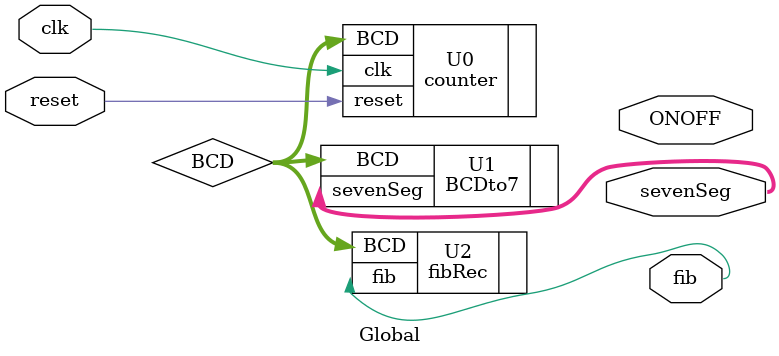
<source format=sv>
`timescale 1ns / 1ps


module Global(
    input logic clk,reset,
    output logic [6:0] sevenSeg,
    output logic ONOFF,fib
    );
    logic [3:0]BCD;
    counter U0(.clk(clk),.reset(reset),.BCD(BCD));
    BCDto7 U1(.BCD(BCD),.sevenSeg(sevenSeg));
    fibRec U2(.BCD(BCD),.fib(fib));
    
endmodule

</source>
